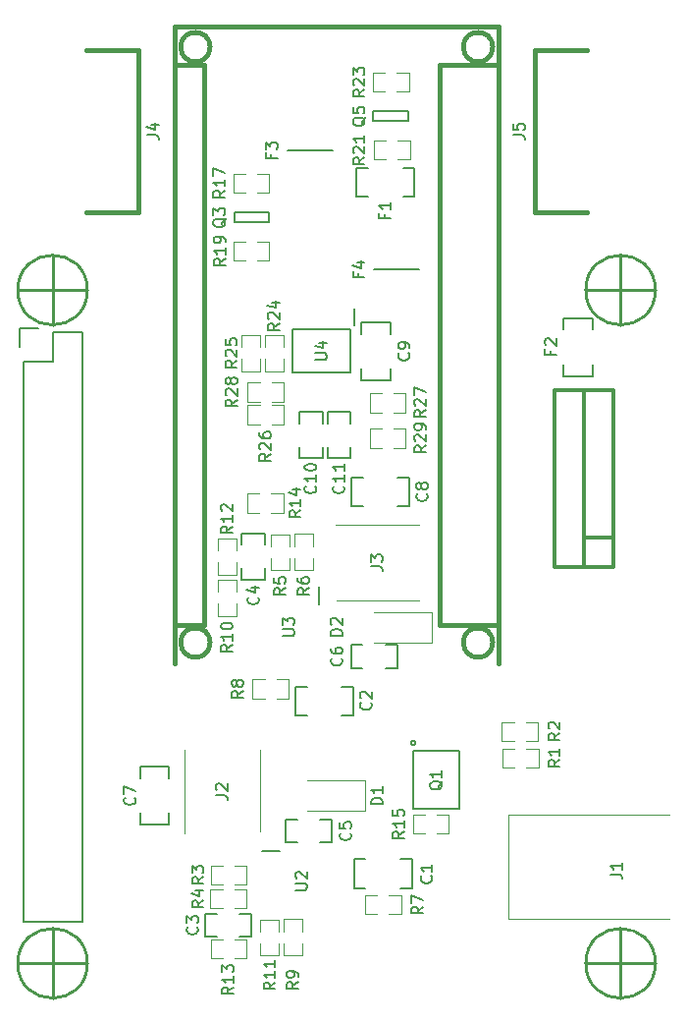
<source format=gbr>
%TF.GenerationSoftware,KiCad,Pcbnew,5.1.10-88a1d61d58~90~ubuntu20.04.1*%
%TF.CreationDate,2021-09-16T23:32:17-03:00*%
%TF.ProjectId,IAuto,49417574-6f2e-46b6-9963-61645f706362,rev?*%
%TF.SameCoordinates,Original*%
%TF.FileFunction,Legend,Top*%
%TF.FilePolarity,Positive*%
%FSLAX46Y46*%
G04 Gerber Fmt 4.6, Leading zero omitted, Abs format (unit mm)*
G04 Created by KiCad (PCBNEW 5.1.10-88a1d61d58~90~ubuntu20.04.1) date 2021-09-16 23:32:17*
%MOMM*%
%LPD*%
G01*
G04 APERTURE LIST*
%ADD10C,0.381000*%
%ADD11C,0.120000*%
%ADD12C,0.304800*%
%ADD13C,0.127000*%
%ADD14C,0.099060*%
%ADD15C,0.150000*%
%ADD16C,0.200000*%
%ADD17C,0.100000*%
%ADD18C,0.254000*%
G04 APERTURE END LIST*
D10*
%TO.C,J5*%
X166575740Y-55282460D02*
X166575740Y-41292140D01*
X166575740Y-55282460D02*
X171074080Y-55282460D01*
X166575740Y-41292140D02*
X171074080Y-41292140D01*
%TO.C,J4*%
X132407660Y-41317540D02*
X132407660Y-55307860D01*
X132407660Y-41317540D02*
X127909320Y-41317540D01*
X132407660Y-55307860D02*
X127909320Y-55307860D01*
%TO.C,U1*%
X163482000Y-94147000D02*
X163482000Y-39283000D01*
X163482000Y-39283000D02*
X135542000Y-39283000D01*
X135542000Y-39283000D02*
X135542000Y-94147000D01*
X138590000Y-92369000D02*
G75*
G03*
X138590000Y-92369000I-1270000J0D01*
G01*
X162974000Y-92369000D02*
G75*
G03*
X162974000Y-92369000I-1270000J0D01*
G01*
X162974000Y-41061000D02*
G75*
G03*
X162974000Y-41061000I-1270000J0D01*
G01*
X138590000Y-41061000D02*
G75*
G03*
X138590000Y-41061000I-1270000J0D01*
G01*
X135542000Y-90845000D02*
X138082000Y-90845000D01*
X138082000Y-90845000D02*
X138082000Y-42585000D01*
D11*
X138082000Y-42839000D02*
X138082000Y-42585000D01*
D10*
X138082000Y-42585000D02*
X135542000Y-42585000D01*
X163482000Y-42585000D02*
X158402000Y-42585000D01*
X158402000Y-42585000D02*
X158402000Y-90845000D01*
X158402000Y-90845000D02*
X163482000Y-90845000D01*
D12*
%TO.C,P2*%
X168275000Y-85852000D02*
X168275000Y-70612000D01*
X170815000Y-83312000D02*
X173355000Y-83312000D01*
X170815000Y-85852000D02*
X170815000Y-70612000D01*
X170815000Y-70612000D02*
X173355000Y-70612000D01*
X168275000Y-70612000D02*
X170815000Y-70612000D01*
X170815000Y-70612000D02*
X170815000Y-85852000D01*
X170815000Y-85852000D02*
X168275000Y-85852000D01*
X173355000Y-85852000D02*
X170815000Y-85852000D01*
X173355000Y-70612000D02*
X173355000Y-85852000D01*
D13*
%TO.C,Q3*%
X143659600Y-56122000D02*
X140662400Y-56122000D01*
X140662400Y-56122000D02*
X140662400Y-55322000D01*
X140662400Y-55322000D02*
X143659600Y-55322000D01*
X143662400Y-55322000D02*
X143662400Y-56122000D01*
D14*
%TO.C,R17*%
X142670400Y-51975500D02*
X143686400Y-51975500D01*
X143686400Y-51975500D02*
X143686400Y-53626500D01*
X143686400Y-53626500D02*
X142670400Y-53626500D01*
X141654400Y-53626500D02*
X140574900Y-53626500D01*
X140574900Y-53626500D02*
X140574900Y-51975500D01*
X140574900Y-51975500D02*
X141654400Y-51975500D01*
%TO.C,R19*%
X142670400Y-57817500D02*
X143686400Y-57817500D01*
X143686400Y-57817500D02*
X143686400Y-59468500D01*
X143686400Y-59468500D02*
X142670400Y-59468500D01*
X141654400Y-59468500D02*
X140574900Y-59468500D01*
X140574900Y-59468500D02*
X140574900Y-57817500D01*
X140574900Y-57817500D02*
X141654400Y-57817500D01*
D11*
%TO.C,J1*%
X178200000Y-107200000D02*
X164300000Y-107200000D01*
X164300000Y-107200000D02*
X164300000Y-116200000D01*
X164300000Y-116200000D02*
X178200000Y-116200000D01*
D14*
%TO.C,R29*%
X155460700Y-75603100D02*
X154381200Y-75603100D01*
X155460700Y-73952100D02*
X155460700Y-75603100D01*
X154381200Y-73952100D02*
X155460700Y-73952100D01*
X152349200Y-73952100D02*
X153365200Y-73952100D01*
X152349200Y-75603100D02*
X152349200Y-73952100D01*
X153365200Y-75603100D02*
X152349200Y-75603100D01*
%TO.C,R28*%
X141787500Y-69974500D02*
X142867000Y-69974500D01*
X141787500Y-71625500D02*
X141787500Y-69974500D01*
X142867000Y-71625500D02*
X141787500Y-71625500D01*
X144899000Y-71625500D02*
X143883000Y-71625500D01*
X144899000Y-69974500D02*
X144899000Y-71625500D01*
X143883000Y-69974500D02*
X144899000Y-69974500D01*
%TO.C,R27*%
X155462500Y-72525500D02*
X154383000Y-72525500D01*
X155462500Y-70874500D02*
X155462500Y-72525500D01*
X154383000Y-70874500D02*
X155462500Y-70874500D01*
X152351000Y-70874500D02*
X153367000Y-70874500D01*
X152351000Y-72525500D02*
X152351000Y-70874500D01*
X153367000Y-72525500D02*
X152351000Y-72525500D01*
%TO.C,R26*%
X141787500Y-71924500D02*
X142867000Y-71924500D01*
X141787500Y-73575500D02*
X141787500Y-71924500D01*
X142867000Y-73575500D02*
X141787500Y-73575500D01*
X144899000Y-73575500D02*
X143883000Y-73575500D01*
X144899000Y-71924500D02*
X144899000Y-73575500D01*
X143883000Y-71924500D02*
X144899000Y-71924500D01*
D15*
%TO.C,C8*%
X151754000Y-78113000D02*
X150754000Y-78113000D01*
X151754000Y-80613000D02*
X150754000Y-80613000D01*
X154754000Y-80613000D02*
X155754000Y-80613000D01*
X154754000Y-78113000D02*
X155754000Y-78113000D01*
D13*
X155754000Y-80613000D02*
X155754000Y-78113000D01*
X150754000Y-78113000D02*
X150754000Y-80613000D01*
D15*
%TO.C,C7*%
X132531800Y-107062400D02*
X132531800Y-108062400D01*
X135031800Y-107062400D02*
X135031800Y-108062400D01*
X135031800Y-104062400D02*
X135031800Y-103062400D01*
X132531800Y-104062400D02*
X132531800Y-103062400D01*
D13*
X135031800Y-103062400D02*
X132531800Y-103062400D01*
X132531800Y-108062400D02*
X135031800Y-108062400D01*
D15*
%TO.C,C2*%
X149928000Y-98647000D02*
X150928000Y-98647000D01*
X149928000Y-96147000D02*
X150928000Y-96147000D01*
X146928000Y-96147000D02*
X145928000Y-96147000D01*
X146928000Y-98647000D02*
X145928000Y-98647000D01*
D13*
X145928000Y-96147000D02*
X145928000Y-98647000D01*
X150928000Y-98647000D02*
X150928000Y-96147000D01*
D15*
%TO.C,C1*%
X154994000Y-113535000D02*
X155994000Y-113535000D01*
X154994000Y-111035000D02*
X155994000Y-111035000D01*
X151994000Y-111035000D02*
X150994000Y-111035000D01*
X151994000Y-113535000D02*
X150994000Y-113535000D01*
D13*
X150994000Y-111035000D02*
X150994000Y-113535000D01*
X155994000Y-113535000D02*
X155994000Y-111035000D01*
D16*
%TO.C,U4*%
X145700000Y-65406000D02*
X150700000Y-65406000D01*
X150700000Y-65406000D02*
X150700000Y-69106000D01*
X145700000Y-69106000D02*
X145700000Y-65406000D01*
X151050000Y-63581000D02*
X151050000Y-65056000D01*
X150700000Y-69106000D02*
X145700000Y-69106000D01*
D17*
%TO.C,J3*%
X156600000Y-82209000D02*
X149400000Y-82209000D01*
X156600000Y-88709000D02*
X149500000Y-88709000D01*
%TO.C,J2*%
X136375600Y-101573000D02*
X136375600Y-108773000D01*
X142875600Y-101573000D02*
X142875600Y-108673000D01*
D16*
%TO.C,U3*%
X148010400Y-87572000D02*
X148010400Y-89097000D01*
%TO.C,U2*%
X143034000Y-110315000D02*
X144559000Y-110315000D01*
D15*
%TO.C,P1*%
X122180000Y-65320000D02*
X122180000Y-66870000D01*
X125000000Y-68140000D02*
X122460000Y-68140000D01*
X125000000Y-65600000D02*
X125000000Y-68140000D01*
X123730000Y-65320000D02*
X122180000Y-65320000D01*
X127540000Y-65600000D02*
X125000000Y-65600000D01*
X127540000Y-116400000D02*
X122460000Y-116400000D01*
X122460000Y-68140000D02*
X122460000Y-116400000D01*
X127540000Y-116400000D02*
X127540000Y-65600000D01*
D18*
%TO.C,J9*%
X177000000Y-120000000D02*
G75*
G03*
X177000000Y-120000000I-3000000J0D01*
G01*
X171000000Y-120000000D02*
X177000000Y-120000000D01*
X174000000Y-117000000D02*
X174000000Y-123000000D01*
%TO.C,J8*%
X128000000Y-120000000D02*
G75*
G03*
X128000000Y-120000000I-3000000J0D01*
G01*
X122000000Y-120000000D02*
X128000000Y-120000000D01*
X125000000Y-117000000D02*
X125000000Y-123000000D01*
%TO.C,J7*%
X128000000Y-62000000D02*
G75*
G03*
X128000000Y-62000000I-3000000J0D01*
G01*
X122000000Y-62000000D02*
X128000000Y-62000000D01*
X125000000Y-59000000D02*
X125000000Y-65000000D01*
%TO.C,J6*%
X177000000Y-62000000D02*
G75*
G03*
X177000000Y-62000000I-3000000J0D01*
G01*
X171000000Y-62000000D02*
X177000000Y-62000000D01*
X174000000Y-59000000D02*
X174000000Y-65000000D01*
D14*
%TO.C,R25*%
X141278500Y-66875000D02*
X141278500Y-65859000D01*
X141278500Y-65859000D02*
X142929500Y-65859000D01*
X142929500Y-65859000D02*
X142929500Y-66875000D01*
X142929500Y-67891000D02*
X142929500Y-68970500D01*
X142929500Y-68970500D02*
X141278500Y-68970500D01*
X141278500Y-68970500D02*
X141278500Y-67891000D01*
%TO.C,R24*%
X143310500Y-66875000D02*
X143310500Y-65859000D01*
X143310500Y-65859000D02*
X144961500Y-65859000D01*
X144961500Y-65859000D02*
X144961500Y-66875000D01*
X144961500Y-67891000D02*
X144961500Y-68970500D01*
X144961500Y-68970500D02*
X143310500Y-68970500D01*
X143310500Y-68970500D02*
X143310500Y-67891000D01*
%TO.C,R23*%
X153654000Y-44917500D02*
X152638000Y-44917500D01*
X152638000Y-44917500D02*
X152638000Y-43266500D01*
X152638000Y-43266500D02*
X153654000Y-43266500D01*
X154670000Y-43266500D02*
X155749500Y-43266500D01*
X155749500Y-43266500D02*
X155749500Y-44917500D01*
X155749500Y-44917500D02*
X154670000Y-44917500D01*
%TO.C,R21*%
X153717500Y-50759500D02*
X152701500Y-50759500D01*
X152701500Y-50759500D02*
X152701500Y-49108500D01*
X152701500Y-49108500D02*
X153717500Y-49108500D01*
X154733500Y-49108500D02*
X155813000Y-49108500D01*
X155813000Y-49108500D02*
X155813000Y-50759500D01*
X155813000Y-50759500D02*
X154733500Y-50759500D01*
%TO.C,R15*%
X157092000Y-108825500D02*
X156076000Y-108825500D01*
X156076000Y-108825500D02*
X156076000Y-107174500D01*
X156076000Y-107174500D02*
X157092000Y-107174500D01*
X158108000Y-107174500D02*
X159187500Y-107174500D01*
X159187500Y-107174500D02*
X159187500Y-108825500D01*
X159187500Y-108825500D02*
X158108000Y-108825500D01*
%TO.C,R14*%
X142842000Y-81175500D02*
X141826000Y-81175500D01*
X141826000Y-81175500D02*
X141826000Y-79524500D01*
X141826000Y-79524500D02*
X142842000Y-79524500D01*
X143858000Y-79524500D02*
X144937500Y-79524500D01*
X144937500Y-79524500D02*
X144937500Y-81175500D01*
X144937500Y-81175500D02*
X143858000Y-81175500D01*
%TO.C,R13*%
X139651000Y-119587500D02*
X138635000Y-119587500D01*
X138635000Y-119587500D02*
X138635000Y-117936500D01*
X138635000Y-117936500D02*
X139651000Y-117936500D01*
X140667000Y-117936500D02*
X141746500Y-117936500D01*
X141746500Y-117936500D02*
X141746500Y-119587500D01*
X141746500Y-119587500D02*
X140667000Y-119587500D01*
%TO.C,R12*%
X139220500Y-84443000D02*
X139220500Y-83427000D01*
X139220500Y-83427000D02*
X140871500Y-83427000D01*
X140871500Y-83427000D02*
X140871500Y-84443000D01*
X140871500Y-85459000D02*
X140871500Y-86538500D01*
X140871500Y-86538500D02*
X139220500Y-86538500D01*
X139220500Y-86538500D02*
X139220500Y-85459000D01*
%TO.C,R11*%
X146572500Y-118254000D02*
X146572500Y-119270000D01*
X146572500Y-119270000D02*
X144921500Y-119270000D01*
X144921500Y-119270000D02*
X144921500Y-118254000D01*
X144921500Y-117238000D02*
X144921500Y-116158500D01*
X144921500Y-116158500D02*
X146572500Y-116158500D01*
X146572500Y-116158500D02*
X146572500Y-117238000D01*
%TO.C,R10*%
X139220500Y-87999000D02*
X139220500Y-86983000D01*
X139220500Y-86983000D02*
X140871500Y-86983000D01*
X140871500Y-86983000D02*
X140871500Y-87999000D01*
X140871500Y-89015000D02*
X140871500Y-90094500D01*
X140871500Y-90094500D02*
X139220500Y-90094500D01*
X139220500Y-90094500D02*
X139220500Y-89015000D01*
%TO.C,R9*%
X142889500Y-117238000D02*
X142889500Y-116222000D01*
X142889500Y-116222000D02*
X144540500Y-116222000D01*
X144540500Y-116222000D02*
X144540500Y-117238000D01*
X144540500Y-118254000D02*
X144540500Y-119333500D01*
X144540500Y-119333500D02*
X142889500Y-119333500D01*
X142889500Y-119333500D02*
X142889500Y-118254000D01*
%TO.C,R8*%
X144310100Y-95542100D02*
X145326100Y-95542100D01*
X145326100Y-95542100D02*
X145326100Y-97193100D01*
X145326100Y-97193100D02*
X144310100Y-97193100D01*
X143294100Y-97193100D02*
X142214600Y-97193100D01*
X142214600Y-97193100D02*
X142214600Y-95542100D01*
X142214600Y-95542100D02*
X143294100Y-95542100D01*
%TO.C,R7*%
X152986000Y-115777500D02*
X151970000Y-115777500D01*
X151970000Y-115777500D02*
X151970000Y-114126500D01*
X151970000Y-114126500D02*
X152986000Y-114126500D01*
X154002000Y-114126500D02*
X155081500Y-114126500D01*
X155081500Y-114126500D02*
X155081500Y-115777500D01*
X155081500Y-115777500D02*
X154002000Y-115777500D01*
%TO.C,R6*%
X147475500Y-85059000D02*
X147475500Y-86075000D01*
X147475500Y-86075000D02*
X145824500Y-86075000D01*
X145824500Y-86075000D02*
X145824500Y-85059000D01*
X145824500Y-84043000D02*
X145824500Y-82963500D01*
X145824500Y-82963500D02*
X147475500Y-82963500D01*
X147475500Y-82963500D02*
X147475500Y-84043000D01*
%TO.C,R5*%
X143792500Y-84043000D02*
X143792500Y-83027000D01*
X143792500Y-83027000D02*
X145443500Y-83027000D01*
X145443500Y-83027000D02*
X145443500Y-84043000D01*
X145443500Y-85059000D02*
X145443500Y-86138500D01*
X145443500Y-86138500D02*
X143792500Y-86138500D01*
X143792500Y-86138500D02*
X143792500Y-85059000D01*
%TO.C,R4*%
X140667000Y-113618500D02*
X141683000Y-113618500D01*
X141683000Y-113618500D02*
X141683000Y-115269500D01*
X141683000Y-115269500D02*
X140667000Y-115269500D01*
X139651000Y-115269500D02*
X138571500Y-115269500D01*
X138571500Y-115269500D02*
X138571500Y-113618500D01*
X138571500Y-113618500D02*
X139651000Y-113618500D01*
%TO.C,R3*%
X139651000Y-113237500D02*
X138635000Y-113237500D01*
X138635000Y-113237500D02*
X138635000Y-111586500D01*
X138635000Y-111586500D02*
X139651000Y-111586500D01*
X140667000Y-111586500D02*
X141746500Y-111586500D01*
X141746500Y-111586500D02*
X141746500Y-113237500D01*
X141746500Y-113237500D02*
X140667000Y-113237500D01*
%TO.C,R2*%
X165849000Y-99203500D02*
X166865000Y-99203500D01*
X166865000Y-99203500D02*
X166865000Y-100854500D01*
X166865000Y-100854500D02*
X165849000Y-100854500D01*
X164833000Y-100854500D02*
X163753500Y-100854500D01*
X163753500Y-100854500D02*
X163753500Y-99203500D01*
X163753500Y-99203500D02*
X164833000Y-99203500D01*
%TO.C,R1*%
X164833000Y-103140500D02*
X163817000Y-103140500D01*
X163817000Y-103140500D02*
X163817000Y-101489500D01*
X163817000Y-101489500D02*
X164833000Y-101489500D01*
X165849000Y-101489500D02*
X166928500Y-101489500D01*
X166928500Y-101489500D02*
X166928500Y-103140500D01*
X166928500Y-103140500D02*
X165849000Y-103140500D01*
D13*
%TO.C,Q5*%
X152664800Y-46613000D02*
X155662000Y-46613000D01*
X155662000Y-46613000D02*
X155662000Y-47413000D01*
X155662000Y-47413000D02*
X152664800Y-47413000D01*
X152662000Y-47413000D02*
X152662000Y-46613000D01*
D15*
%TO.C,Q1*%
X156300000Y-101010000D02*
G75*
G03*
X156300000Y-101010000I-200000J0D01*
G01*
X160100000Y-106710000D02*
X160100000Y-101710000D01*
X156100000Y-101710000D02*
X156100000Y-106710000D01*
X160100000Y-106710000D02*
X156100000Y-106710000D01*
X160100000Y-101710000D02*
X156100000Y-101710000D01*
D16*
%TO.C,F4*%
X152754000Y-60223400D02*
X156618000Y-60223400D01*
%TO.C,F3*%
X145261000Y-49936400D02*
X149125000Y-49936400D01*
D15*
%TO.C,F2*%
X169100000Y-65397000D02*
X169100000Y-64397000D01*
X171600000Y-65397000D02*
X171600000Y-64397000D01*
X171600000Y-64397000D02*
X169100000Y-64397000D01*
X169100000Y-69397000D02*
X171600000Y-69397000D01*
X171600000Y-69397000D02*
X171600000Y-68397000D01*
X169100000Y-68397000D02*
X169100000Y-69397000D01*
%TO.C,F1*%
X155220800Y-51455000D02*
X156220800Y-51455000D01*
X155220800Y-53955000D02*
X156220800Y-53955000D01*
X156220800Y-53955000D02*
X156220800Y-51455000D01*
X151220800Y-51455000D02*
X151220800Y-53955000D01*
X151220800Y-53955000D02*
X152220800Y-53955000D01*
X152220800Y-51455000D02*
X151220800Y-51455000D01*
D11*
%TO.C,D2*%
X157716000Y-92347000D02*
X152716000Y-92347000D01*
X152716000Y-89747000D02*
X157716000Y-89747000D01*
X157716000Y-89747000D02*
X157716000Y-92347000D01*
%TO.C,D1*%
X151987000Y-106854000D02*
X146987000Y-106854000D01*
X146987000Y-104254000D02*
X151987000Y-104254000D01*
X151987000Y-104254000D02*
X151987000Y-106854000D01*
D15*
%TO.C,C11*%
X148724000Y-72495000D02*
X148724000Y-73495000D01*
X150724000Y-72495000D02*
X148724000Y-72495000D01*
X150724000Y-73495000D02*
X150724000Y-72495000D01*
D13*
X150724000Y-75495000D02*
X150724000Y-76495000D01*
X150724000Y-76495000D02*
X148724000Y-76495000D01*
X148724000Y-76495000D02*
X148724000Y-75495000D01*
D15*
%TO.C,C10*%
X146311000Y-72495000D02*
X146311000Y-73495000D01*
X148311000Y-72495000D02*
X146311000Y-72495000D01*
X148311000Y-73495000D02*
X148311000Y-72495000D01*
D13*
X148311000Y-75495000D02*
X148311000Y-76495000D01*
X148311000Y-76495000D02*
X146311000Y-76495000D01*
X146311000Y-76495000D02*
X146311000Y-75495000D01*
D15*
%TO.C,C9*%
X154149000Y-65756000D02*
X154149000Y-64756000D01*
X151649000Y-65756000D02*
X151649000Y-64756000D01*
X151649000Y-68756000D02*
X151649000Y-69756000D01*
X154149000Y-68756000D02*
X154149000Y-69756000D01*
D13*
X151649000Y-69756000D02*
X154149000Y-69756000D01*
X154149000Y-64756000D02*
X151649000Y-64756000D01*
D15*
%TO.C,C6*%
X154746000Y-92587000D02*
X153746000Y-92587000D01*
X154746000Y-94587000D02*
X154746000Y-92587000D01*
X153746000Y-94587000D02*
X154746000Y-94587000D01*
D13*
X151746000Y-94587000D02*
X150746000Y-94587000D01*
X150746000Y-94587000D02*
X150746000Y-92587000D01*
X150746000Y-92587000D02*
X151746000Y-92587000D01*
D15*
%TO.C,C5*%
X145080500Y-109602000D02*
X146080500Y-109602000D01*
X145080500Y-107602000D02*
X145080500Y-109602000D01*
X146080500Y-107602000D02*
X145080500Y-107602000D01*
D13*
X148080500Y-107602000D02*
X149080500Y-107602000D01*
X149080500Y-107602000D02*
X149080500Y-109602000D01*
X149080500Y-109602000D02*
X148080500Y-109602000D01*
D15*
%TO.C,C4*%
X143332000Y-86951000D02*
X143332000Y-85951000D01*
X141332000Y-86951000D02*
X143332000Y-86951000D01*
X141332000Y-85951000D02*
X141332000Y-86951000D01*
D13*
X141332000Y-83951000D02*
X141332000Y-82951000D01*
X141332000Y-82951000D02*
X143332000Y-82951000D01*
X143332000Y-82951000D02*
X143332000Y-83951000D01*
D15*
%TO.C,C3*%
X142159000Y-115730000D02*
X141159000Y-115730000D01*
X142159000Y-117730000D02*
X142159000Y-115730000D01*
X141159000Y-117730000D02*
X142159000Y-117730000D01*
D13*
X139159000Y-117730000D02*
X138159000Y-117730000D01*
X138159000Y-117730000D02*
X138159000Y-115730000D01*
X138159000Y-115730000D02*
X139159000Y-115730000D01*
%TO.C,J5*%
D15*
X164727380Y-48633333D02*
X165441666Y-48633333D01*
X165584523Y-48680952D01*
X165679761Y-48776190D01*
X165727380Y-48919047D01*
X165727380Y-49014285D01*
X164727380Y-47680952D02*
X164727380Y-48157142D01*
X165203571Y-48204761D01*
X165155952Y-48157142D01*
X165108333Y-48061904D01*
X165108333Y-47823809D01*
X165155952Y-47728571D01*
X165203571Y-47680952D01*
X165298809Y-47633333D01*
X165536904Y-47633333D01*
X165632142Y-47680952D01*
X165679761Y-47728571D01*
X165727380Y-47823809D01*
X165727380Y-48061904D01*
X165679761Y-48157142D01*
X165632142Y-48204761D01*
%TO.C,J4*%
X133160780Y-48633333D02*
X133875066Y-48633333D01*
X134017923Y-48680952D01*
X134113161Y-48776190D01*
X134160780Y-48919047D01*
X134160780Y-49014285D01*
X133494114Y-47728571D02*
X134160780Y-47728571D01*
X133113161Y-47966666D02*
X133827447Y-48204761D01*
X133827447Y-47585714D01*
%TO.C,Q3*%
X139968219Y-55822838D02*
X139920600Y-55918076D01*
X139825361Y-56013314D01*
X139682504Y-56156171D01*
X139634885Y-56251409D01*
X139634885Y-56346647D01*
X139872980Y-56299028D02*
X139825361Y-56394266D01*
X139730123Y-56489504D01*
X139539647Y-56537123D01*
X139206314Y-56537123D01*
X139015838Y-56489504D01*
X138920600Y-56394266D01*
X138872980Y-56299028D01*
X138872980Y-56108552D01*
X138920600Y-56013314D01*
X139015838Y-55918076D01*
X139206314Y-55870457D01*
X139539647Y-55870457D01*
X139730123Y-55918076D01*
X139825361Y-56013314D01*
X139872980Y-56108552D01*
X139872980Y-56299028D01*
X138872980Y-55537123D02*
X138872980Y-54918076D01*
X139253933Y-55251409D01*
X139253933Y-55108552D01*
X139301552Y-55013314D01*
X139349171Y-54965695D01*
X139444409Y-54918076D01*
X139682504Y-54918076D01*
X139777742Y-54965695D01*
X139825361Y-55013314D01*
X139872980Y-55108552D01*
X139872980Y-55394266D01*
X139825361Y-55489504D01*
X139777742Y-55537123D01*
%TO.C,R17*%
X139872980Y-53424057D02*
X139396790Y-53757390D01*
X139872980Y-53995485D02*
X138872980Y-53995485D01*
X138872980Y-53614533D01*
X138920600Y-53519295D01*
X138968219Y-53471676D01*
X139063457Y-53424057D01*
X139206314Y-53424057D01*
X139301552Y-53471676D01*
X139349171Y-53519295D01*
X139396790Y-53614533D01*
X139396790Y-53995485D01*
X139872980Y-52471676D02*
X139872980Y-53043104D01*
X139872980Y-52757390D02*
X138872980Y-52757390D01*
X139015838Y-52852628D01*
X139111076Y-52947866D01*
X139158695Y-53043104D01*
X138872980Y-52138342D02*
X138872980Y-51471676D01*
X139872980Y-51900247D01*
%TO.C,R19*%
X139898380Y-59291457D02*
X139422190Y-59624790D01*
X139898380Y-59862885D02*
X138898380Y-59862885D01*
X138898380Y-59481933D01*
X138946000Y-59386695D01*
X138993619Y-59339076D01*
X139088857Y-59291457D01*
X139231714Y-59291457D01*
X139326952Y-59339076D01*
X139374571Y-59386695D01*
X139422190Y-59481933D01*
X139422190Y-59862885D01*
X139898380Y-58339076D02*
X139898380Y-58910504D01*
X139898380Y-58624790D02*
X138898380Y-58624790D01*
X139041238Y-58720028D01*
X139136476Y-58815266D01*
X139184095Y-58910504D01*
X139898380Y-57862885D02*
X139898380Y-57672409D01*
X139850761Y-57577171D01*
X139803142Y-57529552D01*
X139660285Y-57434314D01*
X139469809Y-57386695D01*
X139088857Y-57386695D01*
X138993619Y-57434314D01*
X138946000Y-57481933D01*
X138898380Y-57577171D01*
X138898380Y-57767647D01*
X138946000Y-57862885D01*
X138993619Y-57910504D01*
X139088857Y-57958123D01*
X139326952Y-57958123D01*
X139422190Y-57910504D01*
X139469809Y-57862885D01*
X139517428Y-57767647D01*
X139517428Y-57577171D01*
X139469809Y-57481933D01*
X139422190Y-57434314D01*
X139326952Y-57386695D01*
%TO.C,J1*%
X173102380Y-112333333D02*
X173816666Y-112333333D01*
X173959523Y-112380952D01*
X174054761Y-112476190D01*
X174102380Y-112619047D01*
X174102380Y-112714285D01*
X174102380Y-111333333D02*
X174102380Y-111904761D01*
X174102380Y-111619047D02*
X173102380Y-111619047D01*
X173245238Y-111714285D01*
X173340476Y-111809523D01*
X173388095Y-111904761D01*
%TO.C,R29*%
X157221180Y-75395057D02*
X156744990Y-75728390D01*
X157221180Y-75966485D02*
X156221180Y-75966485D01*
X156221180Y-75585533D01*
X156268800Y-75490295D01*
X156316419Y-75442676D01*
X156411657Y-75395057D01*
X156554514Y-75395057D01*
X156649752Y-75442676D01*
X156697371Y-75490295D01*
X156744990Y-75585533D01*
X156744990Y-75966485D01*
X156316419Y-75014104D02*
X156268800Y-74966485D01*
X156221180Y-74871247D01*
X156221180Y-74633152D01*
X156268800Y-74537914D01*
X156316419Y-74490295D01*
X156411657Y-74442676D01*
X156506895Y-74442676D01*
X156649752Y-74490295D01*
X157221180Y-75061723D01*
X157221180Y-74442676D01*
X157221180Y-73966485D02*
X157221180Y-73776009D01*
X157173561Y-73680771D01*
X157125942Y-73633152D01*
X156983085Y-73537914D01*
X156792609Y-73490295D01*
X156411657Y-73490295D01*
X156316419Y-73537914D01*
X156268800Y-73585533D01*
X156221180Y-73680771D01*
X156221180Y-73871247D01*
X156268800Y-73966485D01*
X156316419Y-74014104D01*
X156411657Y-74061723D01*
X156649752Y-74061723D01*
X156744990Y-74014104D01*
X156792609Y-73966485D01*
X156840228Y-73871247D01*
X156840228Y-73680771D01*
X156792609Y-73585533D01*
X156744990Y-73537914D01*
X156649752Y-73490295D01*
%TO.C,R28*%
X140914380Y-71432657D02*
X140438190Y-71765990D01*
X140914380Y-72004085D02*
X139914380Y-72004085D01*
X139914380Y-71623133D01*
X139962000Y-71527895D01*
X140009619Y-71480276D01*
X140104857Y-71432657D01*
X140247714Y-71432657D01*
X140342952Y-71480276D01*
X140390571Y-71527895D01*
X140438190Y-71623133D01*
X140438190Y-72004085D01*
X140009619Y-71051704D02*
X139962000Y-71004085D01*
X139914380Y-70908847D01*
X139914380Y-70670752D01*
X139962000Y-70575514D01*
X140009619Y-70527895D01*
X140104857Y-70480276D01*
X140200095Y-70480276D01*
X140342952Y-70527895D01*
X140914380Y-71099323D01*
X140914380Y-70480276D01*
X140342952Y-69908847D02*
X140295333Y-70004085D01*
X140247714Y-70051704D01*
X140152476Y-70099323D01*
X140104857Y-70099323D01*
X140009619Y-70051704D01*
X139962000Y-70004085D01*
X139914380Y-69908847D01*
X139914380Y-69718371D01*
X139962000Y-69623133D01*
X140009619Y-69575514D01*
X140104857Y-69527895D01*
X140152476Y-69527895D01*
X140247714Y-69575514D01*
X140295333Y-69623133D01*
X140342952Y-69718371D01*
X140342952Y-69908847D01*
X140390571Y-70004085D01*
X140438190Y-70051704D01*
X140533428Y-70099323D01*
X140723904Y-70099323D01*
X140819142Y-70051704D01*
X140866761Y-70004085D01*
X140914380Y-69908847D01*
X140914380Y-69718371D01*
X140866761Y-69623133D01*
X140819142Y-69575514D01*
X140723904Y-69527895D01*
X140533428Y-69527895D01*
X140438190Y-69575514D01*
X140390571Y-69623133D01*
X140342952Y-69718371D01*
%TO.C,R27*%
X157195780Y-72347057D02*
X156719590Y-72680390D01*
X157195780Y-72918485D02*
X156195780Y-72918485D01*
X156195780Y-72537533D01*
X156243400Y-72442295D01*
X156291019Y-72394676D01*
X156386257Y-72347057D01*
X156529114Y-72347057D01*
X156624352Y-72394676D01*
X156671971Y-72442295D01*
X156719590Y-72537533D01*
X156719590Y-72918485D01*
X156291019Y-71966104D02*
X156243400Y-71918485D01*
X156195780Y-71823247D01*
X156195780Y-71585152D01*
X156243400Y-71489914D01*
X156291019Y-71442295D01*
X156386257Y-71394676D01*
X156481495Y-71394676D01*
X156624352Y-71442295D01*
X157195780Y-72013723D01*
X157195780Y-71394676D01*
X156195780Y-71061342D02*
X156195780Y-70394676D01*
X157195780Y-70823247D01*
%TO.C,R26*%
X143809980Y-76106257D02*
X143333790Y-76439590D01*
X143809980Y-76677685D02*
X142809980Y-76677685D01*
X142809980Y-76296733D01*
X142857600Y-76201495D01*
X142905219Y-76153876D01*
X143000457Y-76106257D01*
X143143314Y-76106257D01*
X143238552Y-76153876D01*
X143286171Y-76201495D01*
X143333790Y-76296733D01*
X143333790Y-76677685D01*
X142905219Y-75725304D02*
X142857600Y-75677685D01*
X142809980Y-75582447D01*
X142809980Y-75344352D01*
X142857600Y-75249114D01*
X142905219Y-75201495D01*
X143000457Y-75153876D01*
X143095695Y-75153876D01*
X143238552Y-75201495D01*
X143809980Y-75772923D01*
X143809980Y-75153876D01*
X142809980Y-74296733D02*
X142809980Y-74487209D01*
X142857600Y-74582447D01*
X142905219Y-74630066D01*
X143048076Y-74725304D01*
X143238552Y-74772923D01*
X143619504Y-74772923D01*
X143714742Y-74725304D01*
X143762361Y-74677685D01*
X143809980Y-74582447D01*
X143809980Y-74391971D01*
X143762361Y-74296733D01*
X143714742Y-74249114D01*
X143619504Y-74201495D01*
X143381409Y-74201495D01*
X143286171Y-74249114D01*
X143238552Y-74296733D01*
X143190933Y-74391971D01*
X143190933Y-74582447D01*
X143238552Y-74677685D01*
X143286171Y-74725304D01*
X143381409Y-74772923D01*
%TO.C,C8*%
X157278342Y-79541666D02*
X157325961Y-79589285D01*
X157373580Y-79732142D01*
X157373580Y-79827380D01*
X157325961Y-79970238D01*
X157230723Y-80065476D01*
X157135485Y-80113095D01*
X156945009Y-80160714D01*
X156802152Y-80160714D01*
X156611676Y-80113095D01*
X156516438Y-80065476D01*
X156421200Y-79970238D01*
X156373580Y-79827380D01*
X156373580Y-79732142D01*
X156421200Y-79589285D01*
X156468819Y-79541666D01*
X156802152Y-78970238D02*
X156754533Y-79065476D01*
X156706914Y-79113095D01*
X156611676Y-79160714D01*
X156564057Y-79160714D01*
X156468819Y-79113095D01*
X156421200Y-79065476D01*
X156373580Y-78970238D01*
X156373580Y-78779761D01*
X156421200Y-78684523D01*
X156468819Y-78636904D01*
X156564057Y-78589285D01*
X156611676Y-78589285D01*
X156706914Y-78636904D01*
X156754533Y-78684523D01*
X156802152Y-78779761D01*
X156802152Y-78970238D01*
X156849771Y-79065476D01*
X156897390Y-79113095D01*
X156992628Y-79160714D01*
X157183104Y-79160714D01*
X157278342Y-79113095D01*
X157325961Y-79065476D01*
X157373580Y-78970238D01*
X157373580Y-78779761D01*
X157325961Y-78684523D01*
X157278342Y-78636904D01*
X157183104Y-78589285D01*
X156992628Y-78589285D01*
X156897390Y-78636904D01*
X156849771Y-78684523D01*
X156802152Y-78779761D01*
%TO.C,C7*%
X132071942Y-105717066D02*
X132119561Y-105764685D01*
X132167180Y-105907542D01*
X132167180Y-106002780D01*
X132119561Y-106145638D01*
X132024323Y-106240876D01*
X131929085Y-106288495D01*
X131738609Y-106336114D01*
X131595752Y-106336114D01*
X131405276Y-106288495D01*
X131310038Y-106240876D01*
X131214800Y-106145638D01*
X131167180Y-106002780D01*
X131167180Y-105907542D01*
X131214800Y-105764685D01*
X131262419Y-105717066D01*
X131167180Y-105383733D02*
X131167180Y-104717066D01*
X132167180Y-105145638D01*
%TO.C,C2*%
X152426942Y-97524866D02*
X152474561Y-97572485D01*
X152522180Y-97715342D01*
X152522180Y-97810580D01*
X152474561Y-97953438D01*
X152379323Y-98048676D01*
X152284085Y-98096295D01*
X152093609Y-98143914D01*
X151950752Y-98143914D01*
X151760276Y-98096295D01*
X151665038Y-98048676D01*
X151569800Y-97953438D01*
X151522180Y-97810580D01*
X151522180Y-97715342D01*
X151569800Y-97572485D01*
X151617419Y-97524866D01*
X151617419Y-97143914D02*
X151569800Y-97096295D01*
X151522180Y-97001057D01*
X151522180Y-96762961D01*
X151569800Y-96667723D01*
X151617419Y-96620104D01*
X151712657Y-96572485D01*
X151807895Y-96572485D01*
X151950752Y-96620104D01*
X152522180Y-97191533D01*
X152522180Y-96572485D01*
%TO.C,C1*%
X157657142Y-112466666D02*
X157704761Y-112514285D01*
X157752380Y-112657142D01*
X157752380Y-112752380D01*
X157704761Y-112895238D01*
X157609523Y-112990476D01*
X157514285Y-113038095D01*
X157323809Y-113085714D01*
X157180952Y-113085714D01*
X156990476Y-113038095D01*
X156895238Y-112990476D01*
X156800000Y-112895238D01*
X156752380Y-112752380D01*
X156752380Y-112657142D01*
X156800000Y-112514285D01*
X156847619Y-112466666D01*
X157752380Y-111514285D02*
X157752380Y-112085714D01*
X157752380Y-111800000D02*
X156752380Y-111800000D01*
X156895238Y-111895238D01*
X156990476Y-111990476D01*
X157038095Y-112085714D01*
%TO.C,U4*%
X147652380Y-68011904D02*
X148461904Y-68011904D01*
X148557142Y-67964285D01*
X148604761Y-67916666D01*
X148652380Y-67821428D01*
X148652380Y-67630952D01*
X148604761Y-67535714D01*
X148557142Y-67488095D01*
X148461904Y-67440476D01*
X147652380Y-67440476D01*
X147985714Y-66535714D02*
X148652380Y-66535714D01*
X147604761Y-66773809D02*
X148319047Y-67011904D01*
X148319047Y-66392857D01*
%TO.C,J3*%
X152452380Y-85792333D02*
X153166666Y-85792333D01*
X153309523Y-85839952D01*
X153404761Y-85935190D01*
X153452380Y-86078047D01*
X153452380Y-86173285D01*
X152452380Y-85411380D02*
X152452380Y-84792333D01*
X152833333Y-85125666D01*
X152833333Y-84982809D01*
X152880952Y-84887571D01*
X152928571Y-84839952D01*
X153023809Y-84792333D01*
X153261904Y-84792333D01*
X153357142Y-84839952D01*
X153404761Y-84887571D01*
X153452380Y-84982809D01*
X153452380Y-85268523D01*
X153404761Y-85363761D01*
X153357142Y-85411380D01*
%TO.C,J2*%
X139077980Y-105506333D02*
X139792266Y-105506333D01*
X139935123Y-105553952D01*
X140030361Y-105649190D01*
X140077980Y-105792047D01*
X140077980Y-105887285D01*
X139173219Y-105077761D02*
X139125600Y-105030142D01*
X139077980Y-104934904D01*
X139077980Y-104696809D01*
X139125600Y-104601571D01*
X139173219Y-104553952D01*
X139268457Y-104506333D01*
X139363695Y-104506333D01*
X139506552Y-104553952D01*
X140077980Y-105125380D01*
X140077980Y-104506333D01*
%TO.C,U3*%
X144867380Y-91795504D02*
X145676904Y-91795504D01*
X145772142Y-91747885D01*
X145819761Y-91700266D01*
X145867380Y-91605028D01*
X145867380Y-91414552D01*
X145819761Y-91319314D01*
X145772142Y-91271695D01*
X145676904Y-91224076D01*
X144867380Y-91224076D01*
X144867380Y-90843123D02*
X144867380Y-90224076D01*
X145248333Y-90557409D01*
X145248333Y-90414552D01*
X145295952Y-90319314D01*
X145343571Y-90271695D01*
X145438809Y-90224076D01*
X145676904Y-90224076D01*
X145772142Y-90271695D01*
X145819761Y-90319314D01*
X145867380Y-90414552D01*
X145867380Y-90700266D01*
X145819761Y-90795504D01*
X145772142Y-90843123D01*
%TO.C,U2*%
X145961380Y-113681904D02*
X146770904Y-113681904D01*
X146866142Y-113634285D01*
X146913761Y-113586666D01*
X146961380Y-113491428D01*
X146961380Y-113300952D01*
X146913761Y-113205714D01*
X146866142Y-113158095D01*
X146770904Y-113110476D01*
X145961380Y-113110476D01*
X146056619Y-112681904D02*
X146009000Y-112634285D01*
X145961380Y-112539047D01*
X145961380Y-112300952D01*
X146009000Y-112205714D01*
X146056619Y-112158095D01*
X146151857Y-112110476D01*
X146247095Y-112110476D01*
X146389952Y-112158095D01*
X146961380Y-112729523D01*
X146961380Y-112110476D01*
%TO.C,R25*%
X140902380Y-68069857D02*
X140426190Y-68403190D01*
X140902380Y-68641285D02*
X139902380Y-68641285D01*
X139902380Y-68260333D01*
X139950000Y-68165095D01*
X139997619Y-68117476D01*
X140092857Y-68069857D01*
X140235714Y-68069857D01*
X140330952Y-68117476D01*
X140378571Y-68165095D01*
X140426190Y-68260333D01*
X140426190Y-68641285D01*
X139997619Y-67688904D02*
X139950000Y-67641285D01*
X139902380Y-67546047D01*
X139902380Y-67307952D01*
X139950000Y-67212714D01*
X139997619Y-67165095D01*
X140092857Y-67117476D01*
X140188095Y-67117476D01*
X140330952Y-67165095D01*
X140902380Y-67736523D01*
X140902380Y-67117476D01*
X139902380Y-66212714D02*
X139902380Y-66688904D01*
X140378571Y-66736523D01*
X140330952Y-66688904D01*
X140283333Y-66593666D01*
X140283333Y-66355571D01*
X140330952Y-66260333D01*
X140378571Y-66212714D01*
X140473809Y-66165095D01*
X140711904Y-66165095D01*
X140807142Y-66212714D01*
X140854761Y-66260333D01*
X140902380Y-66355571D01*
X140902380Y-66593666D01*
X140854761Y-66688904D01*
X140807142Y-66736523D01*
%TO.C,R24*%
X144552380Y-64869857D02*
X144076190Y-65203190D01*
X144552380Y-65441285D02*
X143552380Y-65441285D01*
X143552380Y-65060333D01*
X143600000Y-64965095D01*
X143647619Y-64917476D01*
X143742857Y-64869857D01*
X143885714Y-64869857D01*
X143980952Y-64917476D01*
X144028571Y-64965095D01*
X144076190Y-65060333D01*
X144076190Y-65441285D01*
X143647619Y-64488904D02*
X143600000Y-64441285D01*
X143552380Y-64346047D01*
X143552380Y-64107952D01*
X143600000Y-64012714D01*
X143647619Y-63965095D01*
X143742857Y-63917476D01*
X143838095Y-63917476D01*
X143980952Y-63965095D01*
X144552380Y-64536523D01*
X144552380Y-63917476D01*
X143885714Y-63060333D02*
X144552380Y-63060333D01*
X143504761Y-63298428D02*
X144219047Y-63536523D01*
X144219047Y-62917476D01*
%TO.C,R23*%
X151912580Y-44737257D02*
X151436390Y-45070590D01*
X151912580Y-45308685D02*
X150912580Y-45308685D01*
X150912580Y-44927733D01*
X150960200Y-44832495D01*
X151007819Y-44784876D01*
X151103057Y-44737257D01*
X151245914Y-44737257D01*
X151341152Y-44784876D01*
X151388771Y-44832495D01*
X151436390Y-44927733D01*
X151436390Y-45308685D01*
X151007819Y-44356304D02*
X150960200Y-44308685D01*
X150912580Y-44213447D01*
X150912580Y-43975352D01*
X150960200Y-43880114D01*
X151007819Y-43832495D01*
X151103057Y-43784876D01*
X151198295Y-43784876D01*
X151341152Y-43832495D01*
X151912580Y-44403923D01*
X151912580Y-43784876D01*
X150912580Y-43451542D02*
X150912580Y-42832495D01*
X151293533Y-43165828D01*
X151293533Y-43022971D01*
X151341152Y-42927733D01*
X151388771Y-42880114D01*
X151484009Y-42832495D01*
X151722104Y-42832495D01*
X151817342Y-42880114D01*
X151864961Y-42927733D01*
X151912580Y-43022971D01*
X151912580Y-43308685D01*
X151864961Y-43403923D01*
X151817342Y-43451542D01*
%TO.C,R21*%
X151912580Y-50579257D02*
X151436390Y-50912590D01*
X151912580Y-51150685D02*
X150912580Y-51150685D01*
X150912580Y-50769733D01*
X150960200Y-50674495D01*
X151007819Y-50626876D01*
X151103057Y-50579257D01*
X151245914Y-50579257D01*
X151341152Y-50626876D01*
X151388771Y-50674495D01*
X151436390Y-50769733D01*
X151436390Y-51150685D01*
X151007819Y-50198304D02*
X150960200Y-50150685D01*
X150912580Y-50055447D01*
X150912580Y-49817352D01*
X150960200Y-49722114D01*
X151007819Y-49674495D01*
X151103057Y-49626876D01*
X151198295Y-49626876D01*
X151341152Y-49674495D01*
X151912580Y-50245923D01*
X151912580Y-49626876D01*
X151912580Y-48674495D02*
X151912580Y-49245923D01*
X151912580Y-48960209D02*
X150912580Y-48960209D01*
X151055438Y-49055447D01*
X151150676Y-49150685D01*
X151198295Y-49245923D01*
%TO.C,R15*%
X155341580Y-108642857D02*
X154865390Y-108976190D01*
X155341580Y-109214285D02*
X154341580Y-109214285D01*
X154341580Y-108833333D01*
X154389200Y-108738095D01*
X154436819Y-108690476D01*
X154532057Y-108642857D01*
X154674914Y-108642857D01*
X154770152Y-108690476D01*
X154817771Y-108738095D01*
X154865390Y-108833333D01*
X154865390Y-109214285D01*
X155341580Y-107690476D02*
X155341580Y-108261904D01*
X155341580Y-107976190D02*
X154341580Y-107976190D01*
X154484438Y-108071428D01*
X154579676Y-108166666D01*
X154627295Y-108261904D01*
X154341580Y-106785714D02*
X154341580Y-107261904D01*
X154817771Y-107309523D01*
X154770152Y-107261904D01*
X154722533Y-107166666D01*
X154722533Y-106928571D01*
X154770152Y-106833333D01*
X154817771Y-106785714D01*
X154913009Y-106738095D01*
X155151104Y-106738095D01*
X155246342Y-106785714D01*
X155293961Y-106833333D01*
X155341580Y-106928571D01*
X155341580Y-107166666D01*
X155293961Y-107261904D01*
X155246342Y-107309523D01*
%TO.C,R14*%
X146400780Y-80983057D02*
X145924590Y-81316390D01*
X146400780Y-81554485D02*
X145400780Y-81554485D01*
X145400780Y-81173533D01*
X145448400Y-81078295D01*
X145496019Y-81030676D01*
X145591257Y-80983057D01*
X145734114Y-80983057D01*
X145829352Y-81030676D01*
X145876971Y-81078295D01*
X145924590Y-81173533D01*
X145924590Y-81554485D01*
X146400780Y-80030676D02*
X146400780Y-80602104D01*
X146400780Y-80316390D02*
X145400780Y-80316390D01*
X145543638Y-80411628D01*
X145638876Y-80506866D01*
X145686495Y-80602104D01*
X145734114Y-79173533D02*
X146400780Y-79173533D01*
X145353161Y-79411628D02*
X146067447Y-79649723D01*
X146067447Y-79030676D01*
%TO.C,R13*%
X140609580Y-122054857D02*
X140133390Y-122388190D01*
X140609580Y-122626285D02*
X139609580Y-122626285D01*
X139609580Y-122245333D01*
X139657200Y-122150095D01*
X139704819Y-122102476D01*
X139800057Y-122054857D01*
X139942914Y-122054857D01*
X140038152Y-122102476D01*
X140085771Y-122150095D01*
X140133390Y-122245333D01*
X140133390Y-122626285D01*
X140609580Y-121102476D02*
X140609580Y-121673904D01*
X140609580Y-121388190D02*
X139609580Y-121388190D01*
X139752438Y-121483428D01*
X139847676Y-121578666D01*
X139895295Y-121673904D01*
X139609580Y-120769142D02*
X139609580Y-120150095D01*
X139990533Y-120483428D01*
X139990533Y-120340571D01*
X140038152Y-120245333D01*
X140085771Y-120197714D01*
X140181009Y-120150095D01*
X140419104Y-120150095D01*
X140514342Y-120197714D01*
X140561961Y-120245333D01*
X140609580Y-120340571D01*
X140609580Y-120626285D01*
X140561961Y-120721523D01*
X140514342Y-120769142D01*
%TO.C,R12*%
X140507980Y-82354657D02*
X140031790Y-82687990D01*
X140507980Y-82926085D02*
X139507980Y-82926085D01*
X139507980Y-82545133D01*
X139555600Y-82449895D01*
X139603219Y-82402276D01*
X139698457Y-82354657D01*
X139841314Y-82354657D01*
X139936552Y-82402276D01*
X139984171Y-82449895D01*
X140031790Y-82545133D01*
X140031790Y-82926085D01*
X140507980Y-81402276D02*
X140507980Y-81973704D01*
X140507980Y-81687990D02*
X139507980Y-81687990D01*
X139650838Y-81783228D01*
X139746076Y-81878466D01*
X139793695Y-81973704D01*
X139603219Y-81021323D02*
X139555600Y-80973704D01*
X139507980Y-80878466D01*
X139507980Y-80640371D01*
X139555600Y-80545133D01*
X139603219Y-80497514D01*
X139698457Y-80449895D01*
X139793695Y-80449895D01*
X139936552Y-80497514D01*
X140507980Y-81068942D01*
X140507980Y-80449895D01*
%TO.C,R11*%
X144202380Y-121642857D02*
X143726190Y-121976190D01*
X144202380Y-122214285D02*
X143202380Y-122214285D01*
X143202380Y-121833333D01*
X143250000Y-121738095D01*
X143297619Y-121690476D01*
X143392857Y-121642857D01*
X143535714Y-121642857D01*
X143630952Y-121690476D01*
X143678571Y-121738095D01*
X143726190Y-121833333D01*
X143726190Y-122214285D01*
X144202380Y-120690476D02*
X144202380Y-121261904D01*
X144202380Y-120976190D02*
X143202380Y-120976190D01*
X143345238Y-121071428D01*
X143440476Y-121166666D01*
X143488095Y-121261904D01*
X144202380Y-119738095D02*
X144202380Y-120309523D01*
X144202380Y-120023809D02*
X143202380Y-120023809D01*
X143345238Y-120119047D01*
X143440476Y-120214285D01*
X143488095Y-120309523D01*
%TO.C,R10*%
X140507980Y-92565457D02*
X140031790Y-92898790D01*
X140507980Y-93136885D02*
X139507980Y-93136885D01*
X139507980Y-92755933D01*
X139555600Y-92660695D01*
X139603219Y-92613076D01*
X139698457Y-92565457D01*
X139841314Y-92565457D01*
X139936552Y-92613076D01*
X139984171Y-92660695D01*
X140031790Y-92755933D01*
X140031790Y-93136885D01*
X140507980Y-91613076D02*
X140507980Y-92184504D01*
X140507980Y-91898790D02*
X139507980Y-91898790D01*
X139650838Y-91994028D01*
X139746076Y-92089266D01*
X139793695Y-92184504D01*
X139507980Y-90994028D02*
X139507980Y-90898790D01*
X139555600Y-90803552D01*
X139603219Y-90755933D01*
X139698457Y-90708314D01*
X139888933Y-90660695D01*
X140127028Y-90660695D01*
X140317504Y-90708314D01*
X140412742Y-90755933D01*
X140460361Y-90803552D01*
X140507980Y-90898790D01*
X140507980Y-90994028D01*
X140460361Y-91089266D01*
X140412742Y-91136885D01*
X140317504Y-91184504D01*
X140127028Y-91232123D01*
X139888933Y-91232123D01*
X139698457Y-91184504D01*
X139603219Y-91136885D01*
X139555600Y-91089266D01*
X139507980Y-90994028D01*
%TO.C,R9*%
X146202380Y-121616666D02*
X145726190Y-121950000D01*
X146202380Y-122188095D02*
X145202380Y-122188095D01*
X145202380Y-121807142D01*
X145250000Y-121711904D01*
X145297619Y-121664285D01*
X145392857Y-121616666D01*
X145535714Y-121616666D01*
X145630952Y-121664285D01*
X145678571Y-121711904D01*
X145726190Y-121807142D01*
X145726190Y-122188095D01*
X146202380Y-121140476D02*
X146202380Y-120950000D01*
X146154761Y-120854761D01*
X146107142Y-120807142D01*
X145964285Y-120711904D01*
X145773809Y-120664285D01*
X145392857Y-120664285D01*
X145297619Y-120711904D01*
X145250000Y-120759523D01*
X145202380Y-120854761D01*
X145202380Y-121045238D01*
X145250000Y-121140476D01*
X145297619Y-121188095D01*
X145392857Y-121235714D01*
X145630952Y-121235714D01*
X145726190Y-121188095D01*
X145773809Y-121140476D01*
X145821428Y-121045238D01*
X145821428Y-120854761D01*
X145773809Y-120759523D01*
X145726190Y-120711904D01*
X145630952Y-120664285D01*
%TO.C,R8*%
X141447780Y-96534266D02*
X140971590Y-96867600D01*
X141447780Y-97105695D02*
X140447780Y-97105695D01*
X140447780Y-96724742D01*
X140495400Y-96629504D01*
X140543019Y-96581885D01*
X140638257Y-96534266D01*
X140781114Y-96534266D01*
X140876352Y-96581885D01*
X140923971Y-96629504D01*
X140971590Y-96724742D01*
X140971590Y-97105695D01*
X140876352Y-95962838D02*
X140828733Y-96058076D01*
X140781114Y-96105695D01*
X140685876Y-96153314D01*
X140638257Y-96153314D01*
X140543019Y-96105695D01*
X140495400Y-96058076D01*
X140447780Y-95962838D01*
X140447780Y-95772361D01*
X140495400Y-95677123D01*
X140543019Y-95629504D01*
X140638257Y-95581885D01*
X140685876Y-95581885D01*
X140781114Y-95629504D01*
X140828733Y-95677123D01*
X140876352Y-95772361D01*
X140876352Y-95962838D01*
X140923971Y-96058076D01*
X140971590Y-96105695D01*
X141066828Y-96153314D01*
X141257304Y-96153314D01*
X141352542Y-96105695D01*
X141400161Y-96058076D01*
X141447780Y-95962838D01*
X141447780Y-95772361D01*
X141400161Y-95677123D01*
X141352542Y-95629504D01*
X141257304Y-95581885D01*
X141066828Y-95581885D01*
X140971590Y-95629504D01*
X140923971Y-95677123D01*
X140876352Y-95772361D01*
%TO.C,R7*%
X156967180Y-115116666D02*
X156490990Y-115450000D01*
X156967180Y-115688095D02*
X155967180Y-115688095D01*
X155967180Y-115307142D01*
X156014800Y-115211904D01*
X156062419Y-115164285D01*
X156157657Y-115116666D01*
X156300514Y-115116666D01*
X156395752Y-115164285D01*
X156443371Y-115211904D01*
X156490990Y-115307142D01*
X156490990Y-115688095D01*
X155967180Y-114783333D02*
X155967180Y-114116666D01*
X156967180Y-114545238D01*
%TO.C,R6*%
X147111980Y-87669666D02*
X146635790Y-88003000D01*
X147111980Y-88241095D02*
X146111980Y-88241095D01*
X146111980Y-87860142D01*
X146159600Y-87764904D01*
X146207219Y-87717285D01*
X146302457Y-87669666D01*
X146445314Y-87669666D01*
X146540552Y-87717285D01*
X146588171Y-87764904D01*
X146635790Y-87860142D01*
X146635790Y-88241095D01*
X146111980Y-86812523D02*
X146111980Y-87003000D01*
X146159600Y-87098238D01*
X146207219Y-87145857D01*
X146350076Y-87241095D01*
X146540552Y-87288714D01*
X146921504Y-87288714D01*
X147016742Y-87241095D01*
X147064361Y-87193476D01*
X147111980Y-87098238D01*
X147111980Y-86907761D01*
X147064361Y-86812523D01*
X147016742Y-86764904D01*
X146921504Y-86717285D01*
X146683409Y-86717285D01*
X146588171Y-86764904D01*
X146540552Y-86812523D01*
X146492933Y-86907761D01*
X146492933Y-87098238D01*
X146540552Y-87193476D01*
X146588171Y-87241095D01*
X146683409Y-87288714D01*
%TO.C,R5*%
X145105380Y-87669666D02*
X144629190Y-88003000D01*
X145105380Y-88241095D02*
X144105380Y-88241095D01*
X144105380Y-87860142D01*
X144153000Y-87764904D01*
X144200619Y-87717285D01*
X144295857Y-87669666D01*
X144438714Y-87669666D01*
X144533952Y-87717285D01*
X144581571Y-87764904D01*
X144629190Y-87860142D01*
X144629190Y-88241095D01*
X144105380Y-86764904D02*
X144105380Y-87241095D01*
X144581571Y-87288714D01*
X144533952Y-87241095D01*
X144486333Y-87145857D01*
X144486333Y-86907761D01*
X144533952Y-86812523D01*
X144581571Y-86764904D01*
X144676809Y-86717285D01*
X144914904Y-86717285D01*
X145010142Y-86764904D01*
X145057761Y-86812523D01*
X145105380Y-86907761D01*
X145105380Y-87145857D01*
X145057761Y-87241095D01*
X145010142Y-87288714D01*
%TO.C,R4*%
X138018780Y-114593666D02*
X137542590Y-114927000D01*
X138018780Y-115165095D02*
X137018780Y-115165095D01*
X137018780Y-114784142D01*
X137066400Y-114688904D01*
X137114019Y-114641285D01*
X137209257Y-114593666D01*
X137352114Y-114593666D01*
X137447352Y-114641285D01*
X137494971Y-114688904D01*
X137542590Y-114784142D01*
X137542590Y-115165095D01*
X137352114Y-113736523D02*
X138018780Y-113736523D01*
X136971161Y-113974619D02*
X137685447Y-114212714D01*
X137685447Y-113593666D01*
%TO.C,R3*%
X138018780Y-112561666D02*
X137542590Y-112895000D01*
X138018780Y-113133095D02*
X137018780Y-113133095D01*
X137018780Y-112752142D01*
X137066400Y-112656904D01*
X137114019Y-112609285D01*
X137209257Y-112561666D01*
X137352114Y-112561666D01*
X137447352Y-112609285D01*
X137494971Y-112656904D01*
X137542590Y-112752142D01*
X137542590Y-113133095D01*
X137018780Y-112228333D02*
X137018780Y-111609285D01*
X137399733Y-111942619D01*
X137399733Y-111799761D01*
X137447352Y-111704523D01*
X137494971Y-111656904D01*
X137590209Y-111609285D01*
X137828304Y-111609285D01*
X137923542Y-111656904D01*
X137971161Y-111704523D01*
X138018780Y-111799761D01*
X138018780Y-112085476D01*
X137971161Y-112180714D01*
X137923542Y-112228333D01*
%TO.C,R2*%
X168752380Y-100166666D02*
X168276190Y-100500000D01*
X168752380Y-100738095D02*
X167752380Y-100738095D01*
X167752380Y-100357142D01*
X167800000Y-100261904D01*
X167847619Y-100214285D01*
X167942857Y-100166666D01*
X168085714Y-100166666D01*
X168180952Y-100214285D01*
X168228571Y-100261904D01*
X168276190Y-100357142D01*
X168276190Y-100738095D01*
X167847619Y-99785714D02*
X167800000Y-99738095D01*
X167752380Y-99642857D01*
X167752380Y-99404761D01*
X167800000Y-99309523D01*
X167847619Y-99261904D01*
X167942857Y-99214285D01*
X168038095Y-99214285D01*
X168180952Y-99261904D01*
X168752380Y-99833333D01*
X168752380Y-99214285D01*
%TO.C,R1*%
X168752380Y-102466666D02*
X168276190Y-102800000D01*
X168752380Y-103038095D02*
X167752380Y-103038095D01*
X167752380Y-102657142D01*
X167800000Y-102561904D01*
X167847619Y-102514285D01*
X167942857Y-102466666D01*
X168085714Y-102466666D01*
X168180952Y-102514285D01*
X168228571Y-102561904D01*
X168276190Y-102657142D01*
X168276190Y-103038095D01*
X168752380Y-101514285D02*
X168752380Y-102085714D01*
X168752380Y-101800000D02*
X167752380Y-101800000D01*
X167895238Y-101895238D01*
X167990476Y-101990476D01*
X168038095Y-102085714D01*
%TO.C,Q5*%
X152007819Y-47110638D02*
X151960200Y-47205876D01*
X151864961Y-47301114D01*
X151722104Y-47443971D01*
X151674485Y-47539209D01*
X151674485Y-47634447D01*
X151912580Y-47586828D02*
X151864961Y-47682066D01*
X151769723Y-47777304D01*
X151579247Y-47824923D01*
X151245914Y-47824923D01*
X151055438Y-47777304D01*
X150960200Y-47682066D01*
X150912580Y-47586828D01*
X150912580Y-47396352D01*
X150960200Y-47301114D01*
X151055438Y-47205876D01*
X151245914Y-47158257D01*
X151579247Y-47158257D01*
X151769723Y-47205876D01*
X151864961Y-47301114D01*
X151912580Y-47396352D01*
X151912580Y-47586828D01*
X150912580Y-46253495D02*
X150912580Y-46729685D01*
X151388771Y-46777304D01*
X151341152Y-46729685D01*
X151293533Y-46634447D01*
X151293533Y-46396352D01*
X151341152Y-46301114D01*
X151388771Y-46253495D01*
X151484009Y-46205876D01*
X151722104Y-46205876D01*
X151817342Y-46253495D01*
X151864961Y-46301114D01*
X151912580Y-46396352D01*
X151912580Y-46634447D01*
X151864961Y-46729685D01*
X151817342Y-46777304D01*
%TO.C,Q1*%
X158647619Y-104305238D02*
X158600000Y-104400476D01*
X158504761Y-104495714D01*
X158361904Y-104638571D01*
X158314285Y-104733809D01*
X158314285Y-104829047D01*
X158552380Y-104781428D02*
X158504761Y-104876666D01*
X158409523Y-104971904D01*
X158219047Y-105019523D01*
X157885714Y-105019523D01*
X157695238Y-104971904D01*
X157600000Y-104876666D01*
X157552380Y-104781428D01*
X157552380Y-104590952D01*
X157600000Y-104495714D01*
X157695238Y-104400476D01*
X157885714Y-104352857D01*
X158219047Y-104352857D01*
X158409523Y-104400476D01*
X158504761Y-104495714D01*
X158552380Y-104590952D01*
X158552380Y-104781428D01*
X158552380Y-103400476D02*
X158552380Y-103971904D01*
X158552380Y-103686190D02*
X157552380Y-103686190D01*
X157695238Y-103781428D01*
X157790476Y-103876666D01*
X157838095Y-103971904D01*
%TO.C,F4*%
X151388771Y-60556733D02*
X151388771Y-60890066D01*
X151912580Y-60890066D02*
X150912580Y-60890066D01*
X150912580Y-60413876D01*
X151245914Y-59604352D02*
X151912580Y-59604352D01*
X150864961Y-59842447D02*
X151579247Y-60080542D01*
X151579247Y-59461495D01*
%TO.C,F3*%
X143870371Y-50294733D02*
X143870371Y-50628066D01*
X144394180Y-50628066D02*
X143394180Y-50628066D01*
X143394180Y-50151876D01*
X143394180Y-49866161D02*
X143394180Y-49247114D01*
X143775133Y-49580447D01*
X143775133Y-49437590D01*
X143822752Y-49342352D01*
X143870371Y-49294733D01*
X143965609Y-49247114D01*
X144203704Y-49247114D01*
X144298942Y-49294733D01*
X144346561Y-49342352D01*
X144394180Y-49437590D01*
X144394180Y-49723304D01*
X144346561Y-49818542D01*
X144298942Y-49866161D01*
%TO.C,F2*%
X167949571Y-67211533D02*
X167949571Y-67544866D01*
X168473380Y-67544866D02*
X167473380Y-67544866D01*
X167473380Y-67068676D01*
X167568619Y-66735342D02*
X167521000Y-66687723D01*
X167473380Y-66592485D01*
X167473380Y-66354390D01*
X167521000Y-66259152D01*
X167568619Y-66211533D01*
X167663857Y-66163914D01*
X167759095Y-66163914D01*
X167901952Y-66211533D01*
X168473380Y-66782961D01*
X168473380Y-66163914D01*
%TO.C,F1*%
X153649371Y-55502133D02*
X153649371Y-55835466D01*
X154173180Y-55835466D02*
X153173180Y-55835466D01*
X153173180Y-55359276D01*
X154173180Y-54454514D02*
X154173180Y-55025942D01*
X154173180Y-54740228D02*
X153173180Y-54740228D01*
X153316038Y-54835466D01*
X153411276Y-54930704D01*
X153458895Y-55025942D01*
%TO.C,D2*%
X149982180Y-91771695D02*
X148982180Y-91771695D01*
X148982180Y-91533600D01*
X149029800Y-91390742D01*
X149125038Y-91295504D01*
X149220276Y-91247885D01*
X149410752Y-91200266D01*
X149553609Y-91200266D01*
X149744085Y-91247885D01*
X149839323Y-91295504D01*
X149934561Y-91390742D01*
X149982180Y-91533600D01*
X149982180Y-91771695D01*
X149077419Y-90819314D02*
X149029800Y-90771695D01*
X148982180Y-90676457D01*
X148982180Y-90438361D01*
X149029800Y-90343123D01*
X149077419Y-90295504D01*
X149172657Y-90247885D01*
X149267895Y-90247885D01*
X149410752Y-90295504D01*
X149982180Y-90866933D01*
X149982180Y-90247885D01*
%TO.C,D1*%
X153461980Y-106300495D02*
X152461980Y-106300495D01*
X152461980Y-106062400D01*
X152509600Y-105919542D01*
X152604838Y-105824304D01*
X152700076Y-105776685D01*
X152890552Y-105729066D01*
X153033409Y-105729066D01*
X153223885Y-105776685D01*
X153319123Y-105824304D01*
X153414361Y-105919542D01*
X153461980Y-106062400D01*
X153461980Y-106300495D01*
X153461980Y-104776685D02*
X153461980Y-105348114D01*
X153461980Y-105062400D02*
X152461980Y-105062400D01*
X152604838Y-105157638D01*
X152700076Y-105252876D01*
X152747695Y-105348114D01*
%TO.C,C11*%
X150064742Y-78874857D02*
X150112361Y-78922476D01*
X150159980Y-79065333D01*
X150159980Y-79160571D01*
X150112361Y-79303428D01*
X150017123Y-79398666D01*
X149921885Y-79446285D01*
X149731409Y-79493904D01*
X149588552Y-79493904D01*
X149398076Y-79446285D01*
X149302838Y-79398666D01*
X149207600Y-79303428D01*
X149159980Y-79160571D01*
X149159980Y-79065333D01*
X149207600Y-78922476D01*
X149255219Y-78874857D01*
X150159980Y-77922476D02*
X150159980Y-78493904D01*
X150159980Y-78208190D02*
X149159980Y-78208190D01*
X149302838Y-78303428D01*
X149398076Y-78398666D01*
X149445695Y-78493904D01*
X150159980Y-76970095D02*
X150159980Y-77541523D01*
X150159980Y-77255809D02*
X149159980Y-77255809D01*
X149302838Y-77351047D01*
X149398076Y-77446285D01*
X149445695Y-77541523D01*
%TO.C,C10*%
X147651742Y-78874857D02*
X147699361Y-78922476D01*
X147746980Y-79065333D01*
X147746980Y-79160571D01*
X147699361Y-79303428D01*
X147604123Y-79398666D01*
X147508885Y-79446285D01*
X147318409Y-79493904D01*
X147175552Y-79493904D01*
X146985076Y-79446285D01*
X146889838Y-79398666D01*
X146794600Y-79303428D01*
X146746980Y-79160571D01*
X146746980Y-79065333D01*
X146794600Y-78922476D01*
X146842219Y-78874857D01*
X147746980Y-77922476D02*
X147746980Y-78493904D01*
X147746980Y-78208190D02*
X146746980Y-78208190D01*
X146889838Y-78303428D01*
X146985076Y-78398666D01*
X147032695Y-78493904D01*
X146746980Y-77303428D02*
X146746980Y-77208190D01*
X146794600Y-77112952D01*
X146842219Y-77065333D01*
X146937457Y-77017714D01*
X147127933Y-76970095D01*
X147366028Y-76970095D01*
X147556504Y-77017714D01*
X147651742Y-77065333D01*
X147699361Y-77112952D01*
X147746980Y-77208190D01*
X147746980Y-77303428D01*
X147699361Y-77398666D01*
X147651742Y-77446285D01*
X147556504Y-77493904D01*
X147366028Y-77541523D01*
X147127933Y-77541523D01*
X146937457Y-77493904D01*
X146842219Y-77446285D01*
X146794600Y-77398666D01*
X146746980Y-77303428D01*
%TO.C,C9*%
X155703542Y-67425866D02*
X155751161Y-67473485D01*
X155798780Y-67616342D01*
X155798780Y-67711580D01*
X155751161Y-67854438D01*
X155655923Y-67949676D01*
X155560685Y-67997295D01*
X155370209Y-68044914D01*
X155227352Y-68044914D01*
X155036876Y-67997295D01*
X154941638Y-67949676D01*
X154846400Y-67854438D01*
X154798780Y-67711580D01*
X154798780Y-67616342D01*
X154846400Y-67473485D01*
X154894019Y-67425866D01*
X155798780Y-66949676D02*
X155798780Y-66759200D01*
X155751161Y-66663961D01*
X155703542Y-66616342D01*
X155560685Y-66521104D01*
X155370209Y-66473485D01*
X154989257Y-66473485D01*
X154894019Y-66521104D01*
X154846400Y-66568723D01*
X154798780Y-66663961D01*
X154798780Y-66854438D01*
X154846400Y-66949676D01*
X154894019Y-66997295D01*
X154989257Y-67044914D01*
X155227352Y-67044914D01*
X155322590Y-66997295D01*
X155370209Y-66949676D01*
X155417828Y-66854438D01*
X155417828Y-66663961D01*
X155370209Y-66568723D01*
X155322590Y-66521104D01*
X155227352Y-66473485D01*
%TO.C,C6*%
X149912342Y-93714866D02*
X149959961Y-93762485D01*
X150007580Y-93905342D01*
X150007580Y-94000580D01*
X149959961Y-94143438D01*
X149864723Y-94238676D01*
X149769485Y-94286295D01*
X149579009Y-94333914D01*
X149436152Y-94333914D01*
X149245676Y-94286295D01*
X149150438Y-94238676D01*
X149055200Y-94143438D01*
X149007580Y-94000580D01*
X149007580Y-93905342D01*
X149055200Y-93762485D01*
X149102819Y-93714866D01*
X149007580Y-92857723D02*
X149007580Y-93048200D01*
X149055200Y-93143438D01*
X149102819Y-93191057D01*
X149245676Y-93286295D01*
X149436152Y-93333914D01*
X149817104Y-93333914D01*
X149912342Y-93286295D01*
X149959961Y-93238676D01*
X150007580Y-93143438D01*
X150007580Y-92952961D01*
X149959961Y-92857723D01*
X149912342Y-92810104D01*
X149817104Y-92762485D01*
X149579009Y-92762485D01*
X149483771Y-92810104D01*
X149436152Y-92857723D01*
X149388533Y-92952961D01*
X149388533Y-93143438D01*
X149436152Y-93238676D01*
X149483771Y-93286295D01*
X149579009Y-93333914D01*
%TO.C,C5*%
X150657142Y-108766666D02*
X150704761Y-108814285D01*
X150752380Y-108957142D01*
X150752380Y-109052380D01*
X150704761Y-109195238D01*
X150609523Y-109290476D01*
X150514285Y-109338095D01*
X150323809Y-109385714D01*
X150180952Y-109385714D01*
X149990476Y-109338095D01*
X149895238Y-109290476D01*
X149800000Y-109195238D01*
X149752380Y-109052380D01*
X149752380Y-108957142D01*
X149800000Y-108814285D01*
X149847619Y-108766666D01*
X149752380Y-107861904D02*
X149752380Y-108338095D01*
X150228571Y-108385714D01*
X150180952Y-108338095D01*
X150133333Y-108242857D01*
X150133333Y-108004761D01*
X150180952Y-107909523D01*
X150228571Y-107861904D01*
X150323809Y-107814285D01*
X150561904Y-107814285D01*
X150657142Y-107861904D01*
X150704761Y-107909523D01*
X150752380Y-108004761D01*
X150752380Y-108242857D01*
X150704761Y-108338095D01*
X150657142Y-108385714D01*
%TO.C,C4*%
X142698742Y-88457066D02*
X142746361Y-88504685D01*
X142793980Y-88647542D01*
X142793980Y-88742780D01*
X142746361Y-88885638D01*
X142651123Y-88980876D01*
X142555885Y-89028495D01*
X142365409Y-89076114D01*
X142222552Y-89076114D01*
X142032076Y-89028495D01*
X141936838Y-88980876D01*
X141841600Y-88885638D01*
X141793980Y-88742780D01*
X141793980Y-88647542D01*
X141841600Y-88504685D01*
X141889219Y-88457066D01*
X142127314Y-87599923D02*
X142793980Y-87599923D01*
X141746361Y-87838019D02*
X142460647Y-88076114D01*
X142460647Y-87457066D01*
%TO.C,C3*%
X137466342Y-116879666D02*
X137513961Y-116927285D01*
X137561580Y-117070142D01*
X137561580Y-117165380D01*
X137513961Y-117308238D01*
X137418723Y-117403476D01*
X137323485Y-117451095D01*
X137133009Y-117498714D01*
X136990152Y-117498714D01*
X136799676Y-117451095D01*
X136704438Y-117403476D01*
X136609200Y-117308238D01*
X136561580Y-117165380D01*
X136561580Y-117070142D01*
X136609200Y-116927285D01*
X136656819Y-116879666D01*
X136561580Y-116546333D02*
X136561580Y-115927285D01*
X136942533Y-116260619D01*
X136942533Y-116117761D01*
X136990152Y-116022523D01*
X137037771Y-115974904D01*
X137133009Y-115927285D01*
X137371104Y-115927285D01*
X137466342Y-115974904D01*
X137513961Y-116022523D01*
X137561580Y-116117761D01*
X137561580Y-116403476D01*
X137513961Y-116498714D01*
X137466342Y-116546333D01*
%TD*%
M02*

</source>
